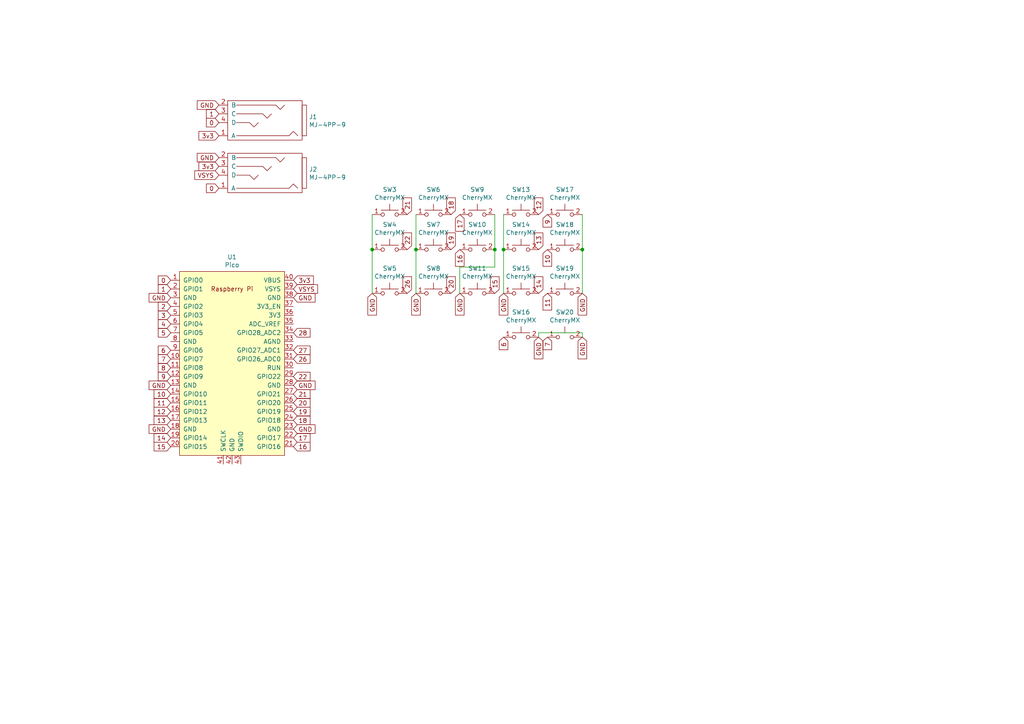
<source format=kicad_sch>
(kicad_sch (version 20230121) (generator eeschema)
  (paper "A4")
  (lib_symbols
    (symbol "Keeb-rescue:CherryMX-CherryMX" (pin_names (offset 0.254))
      (property "Reference" "SW" (at 2.54 3.175 0))
      (property "Value" "CherryMX_CherryMX" (at 0 -1.905 0))
      (symbol "CherryMX-CherryMX_1_1"
        (circle (center -2.032 0) (radius 0.508))
        (polyline (pts (xy 0 1.27) (xy 0 3.048)))
        (polyline (pts (xy 2.54 1.27) (xy -2.54 1.27)))
        (circle (center 2.032 0) (radius 0.508))
        (pin passive line (at -5.08 0 0) (length 2.54) (name "~") (number "1"))
        (pin passive line (at 5.08 0 180) (length 2.54) (name "~") (number "2"))
      )
    )
    (symbol "Keeb-rescue:MJ-4PP-9-MJ-4PP-9" (pin_names (offset 1.016))
      (property "Reference" "J" (at 0 7.62 0))
      (property "Value" "MJ-4PP-9_MJ-4PP-9" (at 0 -8.89 0))
      (symbol "MJ-4PP-9-MJ-4PP-9_0_1"
        (rectangle (start -10.16 3.81) (end -11.43 -5.08))
        (polyline (pts (xy 8.89 -5.08) (xy -2.54 -5.08) (xy -3.81 -3.81) (xy -5.08 -5.08)))
        (polyline (pts (xy 8.89 -2.54) (xy 1.27 -2.54) (xy 0 -1.27) (xy -1.27 -2.54)))
        (polyline (pts (xy 8.89 0) (xy 5.08 0) (xy 3.81 1.27) (xy 2.54 0)))
        (polyline (pts (xy 8.89 3.81) (xy -6.35 3.81) (xy -7.62 2.54) (xy -8.89 3.81)))
        (rectangle (start 11.43 5.08) (end -10.16 -6.35))
      )
      (symbol "MJ-4PP-9-MJ-4PP-9_1_1"
        (pin input line (at 13.97 3.81 180) (length 2.54) (name "A") (number "1"))
        (pin input line (at 13.97 -5.08 180) (length 2.54) (name "B") (number "2"))
        (pin input line (at 13.97 -2.54 180) (length 2.54) (name "C") (number "3"))
        (pin input line (at 13.97 0 180) (length 2.54) (name "D") (number "4"))
      )
    )
    (symbol "Keeb-rescue:Pico-MCU_RaspberryPi_and_Boards" (pin_names (offset 1.016))
      (property "Reference" "U" (at -13.97 27.94 0))
      (property "Value" "MCU_RaspberryPi_and_Boards_Pico" (at 0 19.05 0))
      (symbol "Pico-MCU_RaspberryPi_and_Boards_0_0"
        (text "Raspberry Pi" (at 0 21.59 0) (effects (font (size 1.27 1.27))))
      )
      (symbol "Pico-MCU_RaspberryPi_and_Boards_0_1"
        (rectangle (start -15.24 26.67) (end 15.24 -26.67) (fill (type background)))
      )
      (symbol "Pico-MCU_RaspberryPi_and_Boards_1_1"
        (pin bidirectional line (at -17.78 24.13 0) (length 2.54) (name "GPIO0") (number "1"))
        (pin bidirectional line (at -17.78 1.27 0) (length 2.54) (name "GPIO7") (number "10"))
        (pin bidirectional line (at -17.78 -1.27 0) (length 2.54) (name "GPIO8") (number "11"))
        (pin bidirectional line (at -17.78 -3.81 0) (length 2.54) (name "GPIO9") (number "12"))
        (pin power_in line (at -17.78 -6.35 0) (length 2.54) (name "GND") (number "13"))
        (pin bidirectional line (at -17.78 -8.89 0) (length 2.54) (name "GPIO10") (number "14"))
        (pin bidirectional line (at -17.78 -11.43 0) (length 2.54) (name "GPIO11") (number "15"))
        (pin bidirectional line (at -17.78 -13.97 0) (length 2.54) (name "GPIO12") (number "16"))
        (pin bidirectional line (at -17.78 -16.51 0) (length 2.54) (name "GPIO13") (number "17"))
        (pin power_in line (at -17.78 -19.05 0) (length 2.54) (name "GND") (number "18"))
        (pin bidirectional line (at -17.78 -21.59 0) (length 2.54) (name "GPIO14") (number "19"))
        (pin bidirectional line (at -17.78 21.59 0) (length 2.54) (name "GPIO1") (number "2"))
        (pin bidirectional line (at -17.78 -24.13 0) (length 2.54) (name "GPIO15") (number "20"))
        (pin bidirectional line (at 17.78 -24.13 180) (length 2.54) (name "GPIO16") (number "21"))
        (pin bidirectional line (at 17.78 -21.59 180) (length 2.54) (name "GPIO17") (number "22"))
        (pin power_in line (at 17.78 -19.05 180) (length 2.54) (name "GND") (number "23"))
        (pin bidirectional line (at 17.78 -16.51 180) (length 2.54) (name "GPIO18") (number "24"))
        (pin bidirectional line (at 17.78 -13.97 180) (length 2.54) (name "GPIO19") (number "25"))
        (pin bidirectional line (at 17.78 -11.43 180) (length 2.54) (name "GPIO20") (number "26"))
        (pin bidirectional line (at 17.78 -8.89 180) (length 2.54) (name "GPIO21") (number "27"))
        (pin power_in line (at 17.78 -6.35 180) (length 2.54) (name "GND") (number "28"))
        (pin bidirectional line (at 17.78 -3.81 180) (length 2.54) (name "GPIO22") (number "29"))
        (pin power_in line (at -17.78 19.05 0) (length 2.54) (name "GND") (number "3"))
        (pin input line (at 17.78 -1.27 180) (length 2.54) (name "RUN") (number "30"))
        (pin bidirectional line (at 17.78 1.27 180) (length 2.54) (name "GPIO26_ADC0") (number "31"))
        (pin bidirectional line (at 17.78 3.81 180) (length 2.54) (name "GPIO27_ADC1") (number "32"))
        (pin power_in line (at 17.78 6.35 180) (length 2.54) (name "AGND") (number "33"))
        (pin bidirectional line (at 17.78 8.89 180) (length 2.54) (name "GPIO28_ADC2") (number "34"))
        (pin unspecified line (at 17.78 11.43 180) (length 2.54) (name "ADC_VREF") (number "35"))
        (pin unspecified line (at 17.78 13.97 180) (length 2.54) (name "3V3") (number "36"))
        (pin input line (at 17.78 16.51 180) (length 2.54) (name "3V3_EN") (number "37"))
        (pin bidirectional line (at 17.78 19.05 180) (length 2.54) (name "GND") (number "38"))
        (pin unspecified line (at 17.78 21.59 180) (length 2.54) (name "VSYS") (number "39"))
        (pin bidirectional line (at -17.78 16.51 0) (length 2.54) (name "GPIO2") (number "4"))
        (pin unspecified line (at 17.78 24.13 180) (length 2.54) (name "VBUS") (number "40"))
        (pin input line (at -2.54 -29.21 90) (length 2.54) (name "SWCLK") (number "41"))
        (pin power_in line (at 0 -29.21 90) (length 2.54) (name "GND") (number "42"))
        (pin bidirectional line (at 2.54 -29.21 90) (length 2.54) (name "SWDIO") (number "43"))
        (pin bidirectional line (at -17.78 13.97 0) (length 2.54) (name "GPIO3") (number "5"))
        (pin bidirectional line (at -17.78 11.43 0) (length 2.54) (name "GPIO4") (number "6"))
        (pin bidirectional line (at -17.78 8.89 0) (length 2.54) (name "GPIO5") (number "7"))
        (pin power_in line (at -17.78 6.35 0) (length 2.54) (name "GND") (number "8"))
        (pin bidirectional line (at -17.78 3.81 0) (length 2.54) (name "GPIO6") (number "9"))
      )
    )
  )
  (junction (at 146.05 72.39))
  (junction (at 143.51 72.39))
  (junction (at 168.91 72.39))
  (junction (at 107.95 72.39))
  (junction (at 120.65 72.39))
  (wire (pts (xy 146.05 62.23) (xy 146.05 72.39)))
  (wire (pts (xy 156.21 96.52) (xy 168.91 96.52)))
  (wire (pts (xy 143.51 62.23) (xy 143.51 72.39)))
  (wire (pts (xy 168.91 62.23) (xy 168.91 72.39)))
  (wire (pts (xy 133.35 77.47) (xy 133.35 85.09)))
  (wire (pts (xy 156.21 97.79) (xy 156.21 96.52)))
  (wire (pts (xy 143.51 77.47) (xy 133.35 77.47)))
  (wire (pts (xy 120.65 72.39) (xy 120.65 85.09)))
  (wire (pts (xy 107.95 62.23) (xy 107.95 72.39)))
  (wire (pts (xy 107.95 72.39) (xy 107.95 85.09)))
  (wire (pts (xy 120.65 62.23) (xy 120.65 72.39)))
  (wire (pts (xy 146.05 72.39) (xy 146.05 85.09)))
  (wire (pts (xy 168.91 96.52) (xy 168.91 97.79)))
  (wire (pts (xy 143.51 72.39) (xy 143.51 77.47)))
  (wire (pts (xy 168.91 72.39) (xy 168.91 85.09)))
  (global_label "5" (shape input) (at 49.53 96.52 180) (property "Intersheetrefs" "${INTERSHEET_REFS}" (effects hide)))
  (global_label "26" (shape input) (at 118.11 85.09 90) (property "Intersheetrefs" "${INTERSHEET_REFS}" (effects hide)))
  (global_label "20" (shape input) (at 130.81 85.09 90) (property "Intersheetrefs" "${INTERSHEET_REFS}" (effects hide)))
  (global_label "GND" (shape input) (at 120.65 85.09 270) (property "Intersheetrefs" "${INTERSHEET_REFS}" (effects hide)))
  (global_label "GND" (shape input) (at 49.53 124.46 180) (property "Intersheetrefs" "${INTERSHEET_REFS}" (effects hide)))
  (global_label "GND" (shape input) (at 63.5 45.72 180) (property "Intersheetrefs" "${INTERSHEET_REFS}" (effects hide)))
  (global_label "11" (shape input) (at 49.53 116.84 180) (property "Intersheetrefs" "${INTERSHEET_REFS}" (effects hide)))
  (global_label "3" (shape input) (at 49.53 91.44 180) (property "Intersheetrefs" "${INTERSHEET_REFS}" (effects hide)))
  (global_label "GND" (shape input) (at 146.05 85.09 270) (property "Intersheetrefs" "${INTERSHEET_REFS}" (effects hide)))
  (global_label "0" (shape input) (at 63.5 54.61 180) (property "Intersheetrefs" "${INTERSHEET_REFS}" (effects hide)))
  (global_label "13" (shape input) (at 156.21 72.39 90) (property "Intersheetrefs" "${INTERSHEET_REFS}" (effects hide)))
  (global_label "22" (shape input) (at 85.09 109.22 0) (property "Intersheetrefs" "${INTERSHEET_REFS}" (effects hide)))
  (global_label "GND" (shape input) (at 63.5 30.48 180) (property "Intersheetrefs" "${INTERSHEET_REFS}" (effects hide)))
  (global_label "3v3" (shape input) (at 63.5 39.37 180) (property "Intersheetrefs" "${INTERSHEET_REFS}" (effects hide)))
  (global_label "13" (shape input) (at 49.53 121.92 180) (property "Intersheetrefs" "${INTERSHEET_REFS}" (effects hide)))
  (global_label "GND" (shape input) (at 168.91 85.09 270) (property "Intersheetrefs" "${INTERSHEET_REFS}" (effects hide)))
  (global_label "0" (shape input) (at 63.5 35.56 180) (property "Intersheetrefs" "${INTERSHEET_REFS}" (effects hide)))
  (global_label "VSYS" (shape input) (at 63.5 50.8 180) (property "Intersheetrefs" "${INTERSHEET_REFS}" (effects hide)))
  (global_label "12" (shape input) (at 156.21 62.23 90) (property "Intersheetrefs" "${INTERSHEET_REFS}" (effects hide)))
  (global_label "17" (shape input) (at 133.35 62.23 270) (property "Intersheetrefs" "${INTERSHEET_REFS}" (effects hide)))
  (global_label "16" (shape input) (at 133.35 72.39 270) (property "Intersheetrefs" "${INTERSHEET_REFS}" (effects hide)))
  (global_label "27" (shape input) (at 85.09 101.6 0) (property "Intersheetrefs" "${INTERSHEET_REFS}" (effects hide)))
  (global_label "18" (shape input) (at 130.81 62.23 90) (property "Intersheetrefs" "${INTERSHEET_REFS}" (effects hide)))
  (global_label "14" (shape input) (at 156.21 85.09 90) (property "Intersheetrefs" "${INTERSHEET_REFS}" (effects hide)))
  (global_label "28" (shape input) (at 85.09 96.52 0) (property "Intersheetrefs" "${INTERSHEET_REFS}" (effects hide)))
  (global_label "6" (shape input) (at 146.05 97.79 270) (property "Intersheetrefs" "${INTERSHEET_REFS}" (effects hide)))
  (global_label "GND" (shape input) (at 168.91 97.79 270) (property "Intersheetrefs" "${INTERSHEET_REFS}" (effects hide)))
  (global_label "GND" (shape input) (at 49.53 111.76 180) (property "Intersheetrefs" "${INTERSHEET_REFS}" (effects hide)))
  (global_label "14" (shape input) (at 49.53 127 180) (property "Intersheetrefs" "${INTERSHEET_REFS}" (effects hide)))
  (global_label "17" (shape input) (at 85.09 127 0) (property "Intersheetrefs" "${INTERSHEET_REFS}" (effects hide)))
  (global_label "18" (shape input) (at 85.09 121.92 0) (property "Intersheetrefs" "${INTERSHEET_REFS}" (effects hide)))
  (global_label "4" (shape input) (at 49.53 93.98 180) (property "Intersheetrefs" "${INTERSHEET_REFS}" (effects hide)))
  (global_label "GND" (shape input) (at 49.53 86.36 180) (property "Intersheetrefs" "${INTERSHEET_REFS}" (effects hide)))
  (global_label "20" (shape input) (at 85.09 116.84 0) (property "Intersheetrefs" "${INTERSHEET_REFS}" (effects hide)))
  (global_label "GND" (shape input) (at 107.95 85.09 270) (property "Intersheetrefs" "${INTERSHEET_REFS}" (effects hide)))
  (global_label "GND" (shape input) (at 85.09 111.76 0) (property "Intersheetrefs" "${INTERSHEET_REFS}" (effects hide)))
  (global_label "GND" (shape input) (at 133.35 85.09 270) (property "Intersheetrefs" "${INTERSHEET_REFS}" (effects hide)))
  (global_label "21" (shape input) (at 118.11 62.23 90) (property "Intersheetrefs" "${INTERSHEET_REFS}" (effects hide)))
  (global_label "9" (shape input) (at 49.53 109.22 180) (property "Intersheetrefs" "${INTERSHEET_REFS}" (effects hide)))
  (global_label "2" (shape input) (at 49.53 88.9 180) (property "Intersheetrefs" "${INTERSHEET_REFS}" (effects hide)))
  (global_label "19" (shape input) (at 130.81 72.39 90) (property "Intersheetrefs" "${INTERSHEET_REFS}" (effects hide)))
  (global_label "3v3" (shape input) (at 63.5 48.26 180) (property "Intersheetrefs" "${INTERSHEET_REFS}" (effects hide)))
  (global_label "1" (shape input) (at 63.5 33.02 180) (property "Intersheetrefs" "${INTERSHEET_REFS}" (effects hide)))
  (global_label "11" (shape input) (at 158.75 85.09 270) (property "Intersheetrefs" "${INTERSHEET_REFS}" (effects hide)))
  (global_label "0" (shape input) (at 49.53 81.28 180) (property "Intersheetrefs" "${INTERSHEET_REFS}" (effects hide)))
  (global_label "10" (shape input) (at 158.75 72.39 270) (property "Intersheetrefs" "${INTERSHEET_REFS}" (effects hide)))
  (global_label "12" (shape input) (at 49.53 119.38 180) (property "Intersheetrefs" "${INTERSHEET_REFS}" (effects hide)))
  (global_label "9" (shape input) (at 158.75 62.23 270) (property "Intersheetrefs" "${INTERSHEET_REFS}" (effects hide)))
  (global_label "7" (shape input) (at 49.53 104.14 180) (property "Intersheetrefs" "${INTERSHEET_REFS}" (effects hide)))
  (global_label "GND" (shape input) (at 156.21 97.79 270) (property "Intersheetrefs" "${INTERSHEET_REFS}" (effects hide)))
  (global_label "19" (shape input) (at 85.09 119.38 0) (property "Intersheetrefs" "${INTERSHEET_REFS}" (effects hide)))
  (global_label "22" (shape input) (at 118.11 72.39 90) (property "Intersheetrefs" "${INTERSHEET_REFS}" (effects hide)))
  (global_label "21" (shape input) (at 85.09 114.3 0) (property "Intersheetrefs" "${INTERSHEET_REFS}" (effects hide)))
  (global_label "3v3" (shape input) (at 85.09 81.28 0) (property "Intersheetrefs" "${INTERSHEET_REFS}" (effects hide)))
  (global_label "16" (shape input) (at 85.09 129.54 0) (property "Intersheetrefs" "${INTERSHEET_REFS}" (effects hide)))
  (global_label "15" (shape input) (at 49.53 129.54 180) (property "Intersheetrefs" "${INTERSHEET_REFS}" (effects hide)))
  (global_label "26" (shape input) (at 85.09 104.14 0) (property "Intersheetrefs" "${INTERSHEET_REFS}" (effects hide)))
  (global_label "GND" (shape input) (at 85.09 86.36 0) (property "Intersheetrefs" "${INTERSHEET_REFS}" (effects hide)))
  (global_label "6" (shape input) (at 49.53 101.6 180) (property "Intersheetrefs" "${INTERSHEET_REFS}" (effects hide)))
  (global_label "8" (shape input) (at 49.53 106.68 180) (property "Intersheetrefs" "${INTERSHEET_REFS}" (effects hide)))
  (global_label "10" (shape input) (at 49.53 114.3 180) (property "Intersheetrefs" "${INTERSHEET_REFS}" (effects hide)))
  (global_label "1" (shape input) (at 49.53 83.82 180) (property "Intersheetrefs" "${INTERSHEET_REFS}" (effects hide)))
  (global_label "GND" (shape input) (at 85.09 124.46 0) (property "Intersheetrefs" "${INTERSHEET_REFS}" (effects hide)))
  (global_label "15" (shape input) (at 143.51 85.09 90) (property "Intersheetrefs" "${INTERSHEET_REFS}" (effects hide)))
  (global_label "VSYS" (shape input) (at 85.09 83.82 0) (property "Intersheetrefs" "${INTERSHEET_REFS}" (effects hide)))
  (global_label "7" (shape input) (at 158.75 97.79 270) (property "Intersheetrefs" "${INTERSHEET_REFS}" (effects hide)))
  (symbol (lib_id "Keeb-rescue:Pico-MCU_RaspberryPi_and_Boards") (at 67.31 105.41 0) (unit 1)
    (property "Reference" "U1" (at 67.31 74.549 0))
    (property "Value" "Pico" (at 67.31 76.8604 0))
    (property "Footprint" "MCU_RaspberryPi_and_Boards:RPi_Pico_SMD_TH" (effects hide))
  )
  (symbol (lib_id "Keeb-rescue:CherryMX-CherryMX") (at 113.03 62.23 0) (unit 1)
    (property "Reference" "SW3" (at 113.03 54.991 0))
    (property "Value" "CherryMX" (at 113.03 57.3024 0))
    (property "Footprint" "ScottoKeebs_Hotswap:Hotswap_MX_1.00u" (effects hide))
  )
  (symbol (lib_id "Keeb-rescue:CherryMX-CherryMX") (at 125.73 62.23 0) (unit 1)
    (property "Reference" "SW6" (at 125.73 54.991 0))
    (property "Value" "CherryMX" (at 125.73 57.3024 0))
    (property "Footprint" "ScottoKeebs_Hotswap:Hotswap_MX_1.00u" (effects hide))
  )
  (symbol (lib_id "Keeb-rescue:CherryMX-CherryMX") (at 138.43 62.23 0) (unit 1)
    (property "Reference" "SW9" (at 138.43 54.991 0))
    (property "Value" "CherryMX" (at 138.43 57.3024 0))
    (property "Footprint" "ScottoKeebs_Hotswap:Hotswap_MX_1.00u" (effects hide))
  )
  (symbol (lib_id "Keeb-rescue:CherryMX-CherryMX") (at 151.13 62.23 0) (unit 1)
    (property "Reference" "SW13" (at 151.13 54.991 0))
    (property "Value" "CherryMX" (at 151.13 57.3024 0))
    (property "Footprint" "ScottoKeebs_Hotswap:Hotswap_MX_1.00u" (effects hide))
  )
  (symbol (lib_id "Keeb-rescue:CherryMX-CherryMX") (at 163.83 62.23 0) (unit 1)
    (property "Reference" "SW17" (at 163.83 54.991 0))
    (property "Value" "CherryMX" (at 163.83 57.3024 0))
    (property "Footprint" "ScottoKeebs_Hotswap:Hotswap_MX_1.00u" (effects hide))
  )
  (symbol (lib_id "Keeb-rescue:CherryMX-CherryMX") (at 113.03 72.39 0) (unit 1)
    (property "Reference" "SW4" (at 113.03 65.151 0))
    (property "Value" "CherryMX" (at 113.03 67.4624 0))
    (property "Footprint" "ScottoKeebs_Hotswap:Hotswap_MX_1.00u" (effects hide))
  )
  (symbol (lib_id "Keeb-rescue:CherryMX-CherryMX") (at 125.73 72.39 0) (unit 1)
    (property "Reference" "SW7" (at 125.73 65.151 0))
    (property "Value" "CherryMX" (at 125.73 67.4624 0))
    (property "Footprint" "ScottoKeebs_Hotswap:Hotswap_MX_1.00u" (effects hide))
  )
  (symbol (lib_id "Keeb-rescue:CherryMX-CherryMX") (at 138.43 72.39 0) (unit 1)
    (property "Reference" "SW10" (at 138.43 65.151 0))
    (property "Value" "CherryMX" (at 138.43 67.4624 0))
    (property "Footprint" "ScottoKeebs_Hotswap:Hotswap_MX_1.00u" (effects hide))
  )
  (symbol (lib_id "Keeb-rescue:CherryMX-CherryMX") (at 151.13 72.39 0) (unit 1)
    (property "Reference" "SW14" (at 151.13 65.151 0))
    (property "Value" "CherryMX" (at 151.13 67.4624 0))
    (property "Footprint" "ScottoKeebs_Hotswap:Hotswap_MX_1.00u" (effects hide))
  )
  (symbol (lib_id "Keeb-rescue:CherryMX-CherryMX") (at 163.83 72.39 0) (unit 1)
    (property "Reference" "SW18" (at 163.83 65.151 0))
    (property "Value" "CherryMX" (at 163.83 67.4624 0))
    (property "Footprint" "ScottoKeebs_Hotswap:Hotswap_MX_1.00u" (effects hide))
  )
  (symbol (lib_id "Keeb-rescue:CherryMX-CherryMX") (at 113.03 85.09 0) (unit 1)
    (property "Reference" "SW5" (at 113.03 77.851 0))
    (property "Value" "CherryMX" (at 113.03 80.1624 0))
    (property "Footprint" "ScottoKeebs_Hotswap:Hotswap_MX_1.00u" (effects hide))
  )
  (symbol (lib_id "Keeb-rescue:CherryMX-CherryMX") (at 125.73 85.09 0) (unit 1)
    (property "Reference" "SW8" (at 125.73 77.851 0))
    (property "Value" "CherryMX" (at 125.73 80.1624 0))
    (property "Footprint" "ScottoKeebs_Hotswap:Hotswap_MX_1.00u" (effects hide))
  )
  (symbol (lib_id "Keeb-rescue:CherryMX-CherryMX") (at 138.43 85.09 0) (unit 1)
    (property "Reference" "SW11" (at 138.43 77.851 0))
    (property "Value" "CherryMX" (at 138.43 80.1624 0))
    (property "Footprint" "ScottoKeebs_Hotswap:Hotswap_MX_1.00u" (effects hide))
  )
  (symbol (lib_id "Keeb-rescue:CherryMX-CherryMX") (at 151.13 85.09 0) (unit 1)
    (property "Reference" "SW15" (at 151.13 77.851 0))
    (property "Value" "CherryMX" (at 151.13 80.1624 0))
    (property "Footprint" "ScottoKeebs_Hotswap:Hotswap_MX_1.00u" (effects hide))
  )
  (symbol (lib_id "Keeb-rescue:CherryMX-CherryMX") (at 163.83 85.09 0) (unit 1)
    (property "Reference" "SW19" (at 163.83 77.851 0))
    (property "Value" "CherryMX" (at 163.83 80.1624 0))
    (property "Footprint" "ScottoKeebs_Hotswap:Hotswap_MX_1.00u" (effects hide))
  )
  (symbol (lib_id "Keeb-rescue:CherryMX-CherryMX") (at 151.13 97.79 0) (unit 1)
    (property "Reference" "SW16" (at 151.13 90.551 0))
    (property "Value" "CherryMX" (at 151.13 92.8624 0))
    (property "Footprint" "ScottoKeebs_Hotswap:Hotswap_MX_1.00u" (effects hide))
  )
  (symbol (lib_id "Keeb-rescue:CherryMX-CherryMX") (at 163.83 97.79 0) (unit 1)
    (property "Reference" "SW20" (at 163.83 90.551 0))
    (property "Value" "CherryMX" (at 163.83 92.8624 0))
    (property "Footprint" "ScottoKeebs_Hotswap:Hotswap_MX_1.00u" (effects hide))
  )
  (symbol (lib_id "Keeb-rescue:MJ-4PP-9-MJ-4PP-9") (at 77.47 35.56 180) (unit 1)
    (property "Reference" "J1" (at 89.6112 33.8836 0) (effects (justify right)))
    (property "Value" "MJ-4PP-9" (at 89.6112 36.195 0) (effects (justify right)))
    (property "Footprint" "MJ-4PP-9:MJ-4PP-9" (effects hide))
  )
  (symbol (lib_id "Keeb-rescue:MJ-4PP-9-MJ-4PP-9") (at 77.47 50.8 180) (unit 1)
    (property "Reference" "J2" (at 89.6112 49.1236 0) (effects (justify right)))
    (property "Value" "MJ-4PP-9" (at 89.6112 51.435 0) (effects (justify right)))
    (property "Footprint" "MJ-4PP-9:MJ-4PP-9" (effects hide))
  )
)
</source>
